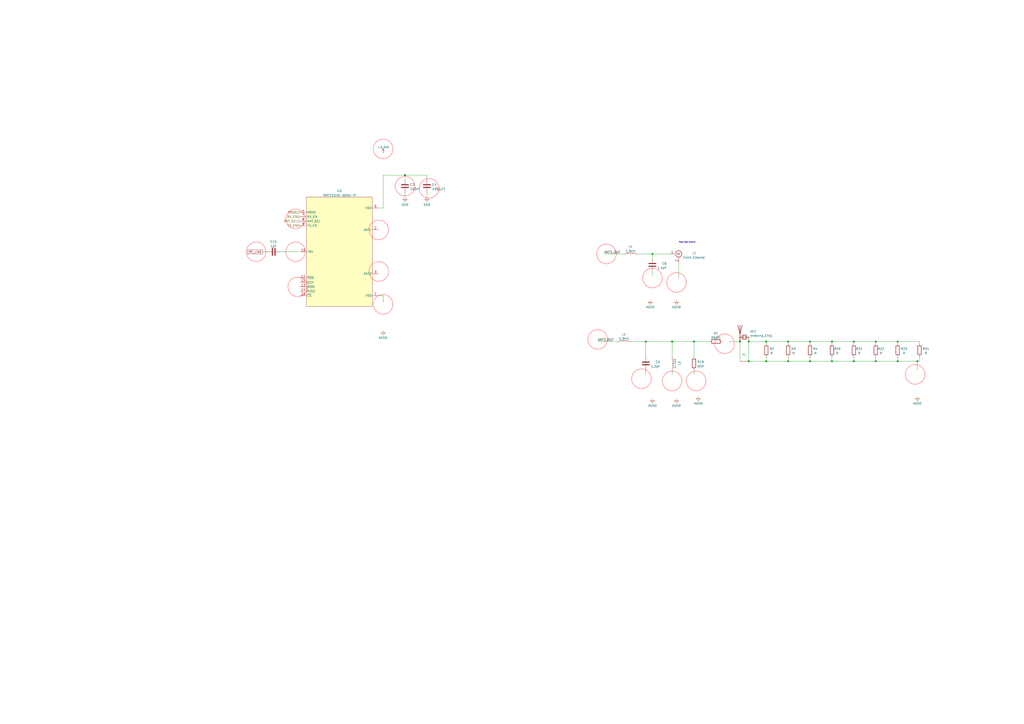
<source format=kicad_sch>
(kicad_sch (version 20230121) (generator eeschema)
  (paper "A2")
  (lib_symbols
    (symbol "0_power_symbols:+3.3VA" (power) (pin_names (offset 0))
      (property "Value" "+3.3VA" (at 0 3.556 0))
      (symbol "+3.3VA_0_1"
        (polyline (pts (xy -0.762 1.27) (xy 0 2.54)))
        (polyline (pts (xy 0 0) (xy 0 2.54)))
        (polyline (pts (xy 0 2.54) (xy 0.762 1.27)))
      )
      (symbol "+3.3VA_1_1"
        (pin power_in line (at 0 0 90) (length 0) hide (name "+3.3VA") (number "1"))
      )
    )
    (symbol "0_power_symbols:AGND" (power) (pin_names (offset 0))
      (property "Value" "AGND" (at 0 -3.81 0))
      (symbol "AGND_1_1"
        (polyline (pts (xy 0 0) (xy 0 -1.27) (xy 1.27 -1.27) (xy 0 -2.54) (xy -1.27 -1.27) (xy 0 -1.27)) (fill (type background)))
        (pin power_in line (at 0 0 270) (length 0) hide (name "AGND") (number "1"))
      )
    )
    (symbol "1.Communications.Amplifiers:NRF21540-QDAA-R" (pin_names (offset 0.254))
      (property "Reference" "U" (at 0 0 0))
      (property "Value" "NRF21540-QDAA-R" (at 0 0 0))
      (property "Datasheet" "https://au.mouser.com/datasheet/2/297/nRF21540_OPS_v0.5.2-1699339.pdf" (at -3.81 -6.35 0))
      (symbol "NRF21540-QDAA-R_1_1"
        (rectangle (start 0 0) (end 38.1 -63.5) (fill (type background)))
        (pin power_in line (at 41.91 -57.15 180) (length 3.81) (name "VSS") (number "1"))
        (pin bidirectional line (at -3.81 -31.75 0) (length 3.81) (name "TRX") (number "10"))
        (pin input line (at -3.81 -46.99 0) (length 3.81) (name "~{PDN}") (number "11"))
        (pin input line (at -3.81 -49.53 0) (length 3.81) (name "SCK") (number "12"))
        (pin input line (at -3.81 -52.07 0) (length 3.81) (name "MOSI") (number "13"))
        (pin output line (at -3.81 -54.61 0) (length 3.81) (name "MISO") (number "14"))
        (pin input line (at -3.81 -57.15 0) (length 3.81) (name "~{CS}") (number "15"))
        (pin power_in line (at 41.91 -57.15 180) (length 3.81) hide (name "VSS") (number "16"))
        (pin power_in line (at 41.91 -57.15 180) (length 3.81) hide (name "VSS") (number "17"))
        (pin bidirectional line (at 41.91 -19.05 180) (length 3.81) (name "ANT1") (number "2"))
        (pin bidirectional line (at 41.91 -44.45 180) (length 3.81) (name "ANT2") (number "3"))
        (pin input line (at -3.81 -8.89 0) (length 3.81) (name "MODE") (number "4"))
        (pin power_in line (at 41.91 -6.35 180) (length 3.81) (name "VDD") (number "5"))
        (pin power_in line (at 41.91 -6.35 180) (length 3.81) hide (name "VDD") (number "6"))
        (pin input line (at -3.81 -11.43 0) (length 3.81) (name "RX_EN") (number "7"))
        (pin input line (at -3.81 -13.97 0) (length 3.81) (name "ANT_SEL") (number "8"))
        (pin input line (at -3.81 -16.51 0) (length 3.81) (name "TX_EN") (number "9"))
      )
    )
    (symbol "4ms_Net-tie:NetTie" (pin_numbers hide) (pin_names (offset 0) hide)
      (property "Value" "NetTie" (at 0 1.27 0))
      (symbol "NetTie_1_1"
        (pin passive line (at -2.54 0 0) (length 2.54) (name "1") (number "1"))
        (pin passive line (at 2.54 0 180) (length 2.54) (name "2") (number "2"))
      )
    )
    (symbol "4ms_Power-symbol:GND" (power) (pin_names (offset 0))
      (property "Value" "GND" (at 0 -3.81 0))
      (symbol "GND_0_1"
        (polyline (pts (xy 0 0) (xy 0 -1.27) (xy 1.27 -1.27) (xy 0 -2.54) (xy -1.27 -1.27) (xy 0 -1.27)))
      )
      (symbol "GND_1_1"
        (pin power_in line (at 0 0 270) (length 0) hide (name "GND") (number "1"))
      )
    )
    (symbol "Connector:Conn_Coaxial" (pin_names (offset 1.016) hide)
      (property "Reference" "J" (at 0.254 3.048 0))
      (property "Value" "Conn_Coaxial" (at 2.921 0 90))
      (symbol "Conn_Coaxial_0_1"
        (arc (start -1.778 -0.508) (mid 0.2311 -1.8066) (end 1.778 0) (stroke (width 0.254)))
        (polyline (pts (xy -2.54 0) (xy -0.508 0)))
        (polyline (pts (xy 0 -2.54) (xy 0 -1.778)))
        (circle (center 0 0) (radius 0.508) (stroke (width 0.2032)))
        (arc (start 1.778 0) (mid 0.2099 1.8101) (end -1.778 0.508) (stroke (width 0.254)))
      )
      (symbol "Conn_Coaxial_1_1"
        (pin passive line (at -5.08 0 0) (length 2.54) (name "In") (number "1"))
        (pin passive line (at 0 -5.08 90) (length 2.54) (name "Ext") (number "2"))
      )
    )
    (symbol "Device:Antenna_Chip" (pin_numbers hide) (pin_names (offset 1.016) hide)
      (property "Reference" "AE" (at 0 5.08 0))
      (property "Value" "Antenna_Chip" (at 0 3.175 0))
      (symbol "Antenna_Chip_0_1"
        (polyline (pts (xy -2.54 0) (xy -2.54 -0.635)) (stroke (width 0.254)))
        (polyline (pts (xy -2.54 0) (xy -1.27 0)) (stroke (width 0.254)))
        (polyline (pts (xy 1.27 0) (xy 2.54 0)) (stroke (width 0.254)))
        (polyline (pts (xy 1.27 1.27) (xy 1.27 -1.27)) (stroke (width 0.254)))
        (polyline (pts (xy 2.54 -0.635) (xy 2.54 0)))
        (polyline (pts (xy 2.54 6.985) (xy 2.54 -1.905)) (stroke (width 0.254)))
        (polyline (pts (xy -1.27 1.27) (xy -1.27 -1.27) (xy -1.27 0)) (stroke (width 0.254)))
        (polyline (pts (xy 3.81 6.985) (xy 2.54 1.905) (xy 1.27 6.985)) (stroke (width 0.254)))
        (polyline (pts (xy -0.635 1.27) (xy 0.635 1.27) (xy 0.635 -1.27) (xy -0.635 -1.27) (xy -0.635 1.27)) (stroke (width 0.254)))
      )
      (symbol "Antenna_Chip_1_1"
        (pin input line (at -2.54 -2.54 90) (length 2.54) (name "FEED") (number "1"))
        (pin passive line (at 2.54 -2.54 90) (length 2.54) (name "PCB_Trace") (number "2"))
      )
    )
    (symbol "Device:C" (pin_numbers hide) (pin_names (offset 0.254))
      (property "Reference" "C" (at 0.635 2.54 0))
      (property "Value" "C" (at 0.635 -2.54 0))
      (symbol "C_0_1"
        (polyline (pts (xy -2.032 -0.762) (xy 2.032 -0.762)) (stroke (width 0.508)))
        (polyline (pts (xy -2.032 0.762) (xy 2.032 0.762)) (stroke (width 0.508)))
      )
      (symbol "C_1_1"
        (pin passive line (at 0 3.81 270) (length 2.794) (name "~") (number "1"))
        (pin passive line (at 0 -3.81 90) (length 2.794) (name "~") (number "2"))
      )
    )
    (symbol "Device:L" (pin_numbers hide) (pin_names (offset 1.016) hide)
      (property "Reference" "L" (at -1.27 0 90))
      (property "Value" "L" (at 1.905 0 90))
      (symbol "L_0_1"
        (arc (start 0 -2.54) (mid 0.6323 -1.905) (end 0 -1.27))
        (arc (start 0 -1.27) (mid 0.6323 -0.635) (end 0 0))
        (arc (start 0 0) (mid 0.6323 0.635) (end 0 1.27))
        (arc (start 0 1.27) (mid 0.6323 1.905) (end 0 2.54))
      )
      (symbol "L_1_1"
        (pin passive line (at 0 3.81 270) (length 1.27) (name "1") (number "1"))
        (pin passive line (at 0 -3.81 90) (length 1.27) (name "2") (number "2"))
      )
    )
    (symbol "Device:R" (pin_numbers hide) (pin_names (offset 0))
      (property "Reference" "R" (at 2.032 0 90))
      (property "Value" "R" (at 0 0 90))
      (symbol "R_0_1"
        (rectangle (start -1.016 -2.54) (end 1.016 2.54) (stroke (width 0.254)))
      )
      (symbol "R_1_1"
        (pin passive line (at 0 3.81 270) (length 1.27) (name "~") (number "1"))
        (pin passive line (at 0 -3.81 90) (length 1.27) (name "~") (number "2"))
      )
    )
  )
  (junction (at 469.9 209.55))
  (junction (at 508 209.55))
  (junction (at 495.3 198.12))
  (junction (at 532.13 209.55))
  (junction (at 234.95 101.6))
  (junction (at 482.6 198.12))
  (junction (at 495.3 209.55))
  (junction (at 520.7 198.12))
  (junction (at 457.2 198.12))
  (junction (at 508 198.12))
  (junction (at 374.65 198.12))
  (junction (at 434.34 198.12))
  (junction (at 520.7 209.55))
  (junction (at 434.34 209.55))
  (junction (at 378.46 147.32))
  (junction (at 457.2 209.55))
  (junction (at 444.5 209.55))
  (junction (at 444.5 198.12))
  (junction (at 469.9 198.12))
  (junction (at 389.89 198.12))
  (junction (at 429.26 198.12))
  (junction (at 482.6 209.55))
  (junction (at 402.59 198.12))
  (wire (pts (xy 346.71 198.12) (xy 358.14 198.12)))
  (wire (pts (xy 374.65 198.12) (xy 365.76 198.12)))
  (wire (pts (xy 482.6 198.12) (xy 495.3 198.12)))
  (wire (pts (xy 495.3 199.39) (xy 495.3 198.12)))
  (wire (pts (xy 247.65 101.6) (xy 247.65 104.14)))
  (wire (pts (xy 495.3 209.55) (xy 495.3 207.01)))
  (wire (pts (xy 222.25 171.45) (xy 219.71 171.45)))
  (wire (pts (xy 469.9 207.01) (xy 469.9 209.55)))
  (wire (pts (xy 434.34 198.12) (xy 434.34 209.55)))
  (wire (pts (xy 434.34 198.12) (xy 444.5 198.12)))
  (wire (pts (xy 234.95 101.6) (xy 247.65 101.6)))
  (wire (pts (xy 429.26 198.12) (xy 429.26 209.55)))
  (wire (pts (xy 469.9 198.12) (xy 469.9 199.39)))
  (wire (pts (xy 482.6 207.01) (xy 482.6 209.55)))
  (wire (pts (xy 495.3 209.55) (xy 508 209.55)))
  (wire (pts (xy 469.9 209.55) (xy 457.2 209.55)))
  (wire (pts (xy 378.46 157.48) (xy 378.46 160.02)))
  (wire (pts (xy 402.59 214.63) (xy 402.59 217.17)))
  (wire (pts (xy 532.13 209.55) (xy 533.4 209.55)))
  (wire (pts (xy 378.46 147.32) (xy 369.57 147.32)))
  (wire (pts (xy 533.4 199.39) (xy 533.4 198.12)))
  (wire (pts (xy 222.25 120.65) (xy 222.25 101.6)))
  (wire (pts (xy 162.56 146.05) (xy 172.72 146.05)))
  (wire (pts (xy 152.4 146.05) (xy 154.94 146.05)))
  (wire (pts (xy 234.95 111.76) (xy 234.95 114.3)))
  (wire (pts (xy 469.9 198.12) (xy 482.6 198.12)))
  (wire (pts (xy 219.71 120.65) (xy 222.25 120.65)))
  (wire (pts (xy 350.52 147.32) (xy 361.95 147.32)))
  (wire (pts (xy 378.46 147.32) (xy 388.62 147.32)))
  (wire (pts (xy 389.89 198.12) (xy 389.89 207.01)))
  (wire (pts (xy 444.5 209.55) (xy 444.5 207.01)))
  (wire (pts (xy 222.25 175.26) (xy 222.25 171.45)))
  (wire (pts (xy 457.2 209.55) (xy 444.5 209.55)))
  (wire (pts (xy 374.65 198.12) (xy 374.65 207.01)))
  (wire (pts (xy 222.25 101.6) (xy 234.95 101.6)))
  (wire (pts (xy 533.4 209.55) (xy 533.4 207.01)))
  (wire (pts (xy 457.2 207.01) (xy 457.2 209.55)))
  (wire (pts (xy 482.6 209.55) (xy 469.9 209.55)))
  (wire (pts (xy 508 198.12) (xy 520.7 198.12)))
  (wire (pts (xy 508 198.12) (xy 495.3 198.12)))
  (wire (pts (xy 378.46 147.32) (xy 378.46 149.86)))
  (wire (pts (xy 532.13 209.55) (xy 520.7 209.55)))
  (wire (pts (xy 444.5 198.12) (xy 444.5 199.39)))
  (wire (pts (xy 402.59 198.12) (xy 411.48 198.12)))
  (wire (pts (xy 520.7 198.12) (xy 520.7 199.39)))
  (wire (pts (xy 520.7 207.01) (xy 520.7 209.55)))
  (wire (pts (xy 457.2 199.39) (xy 457.2 198.12)))
  (wire (pts (xy 247.65 111.76) (xy 247.65 114.3)))
  (wire (pts (xy 434.34 209.55) (xy 444.5 209.55)))
  (wire (pts (xy 402.59 198.12) (xy 402.59 207.01)))
  (wire (pts (xy 482.6 198.12) (xy 482.6 199.39)))
  (wire (pts (xy 520.7 198.12) (xy 533.4 198.12)))
  (wire (pts (xy 374.65 214.63) (xy 374.65 217.17)))
  (wire (pts (xy 374.65 198.12) (xy 389.89 198.12)))
  (wire (pts (xy 532.13 214.63) (xy 532.13 209.55)))
  (wire (pts (xy 389.89 198.12) (xy 402.59 198.12)))
  (wire (pts (xy 508 199.39) (xy 508 198.12)))
  (wire (pts (xy 234.95 101.6) (xy 234.95 104.14)))
  (wire (pts (xy 520.7 209.55) (xy 508 209.55)))
  (wire (pts (xy 508 207.01) (xy 508 209.55)))
  (wire (pts (xy 444.5 198.12) (xy 457.2 198.12)))
  (wire (pts (xy 482.6 209.55) (xy 495.3 209.55)))
  (wire (pts (xy 393.7 152.4) (xy 393.7 161.29)))
  (wire (pts (xy 457.2 198.12) (xy 469.9 198.12)))
  (wire (pts (xy 422.91 198.12) (xy 429.26 198.12)))
  (wire (pts (xy 389.89 214.63) (xy 389.89 217.17)))
  (circle (center 346.71 196.85) (radius 5.6796) (stroke (width 0) (color 255 0 0 1)))
  (circle (center 248.92 109.22) (radius 5.6796) (stroke (width 0) (color 255 0 0 1)))
  (circle (center 351.79 147.32) (radius 5.6796) (stroke (width 0) (color 255 0 0 1)))
  (circle (center 392.43 163.83) (radius 5.6796) (stroke (width 0) (color 255 0 0 1)))
  (circle (center 389.89 220.98) (radius 5.6796) (stroke (width 0) (color 255 0 0 1)))
  (circle (center 171.45 127) (radius 5.6796) (stroke (width 0) (color 255 0 0 1)))
  (circle (center 219.71 133.35) (radius 5.6796) (stroke (width 0) (color 255 0 0 1)))
  (circle (center 378.46 161.29) (radius 5.6796) (stroke (width 0) (color 255 0 0 1)))
  (circle (center 530.86 217.17) (radius 5.6796) (stroke (width 0) (color 255 0 0 1)))
  (circle (center 403.86 220.98) (radius 5.6796) (stroke (width 0) (color 255 0 0 1)))
  (circle (center 222.25 176.53) (radius 5.6796) (stroke (width 0) (color 255 0 0 1)))
  (circle (center 148.59 146.05) (radius 5.6796) (stroke (width 0) (color 255 0 0 1)))
  (circle (center 172.72 166.37) (radius 5.6796) (stroke (width 0) (color 255 0 0 1)))
  (circle (center 420.37 199.39) (radius 5.6796) (stroke (width 0) (color 255 0 0 1)))
  (circle (center 234.95 107.95) (radius 5.6796) (stroke (width 0) (color 255 0 0 1)))
  (circle (center 372.11 219.71) (radius 5.6796) (stroke (width 0) (color 255 0 0 1)))
  (circle (center 171.45 146.05) (radius 5.6796) (stroke (width 0) (color 255 0 0 1)))
  (circle (center 222.25 86.36) (radius 5.6796) (stroke (width 0) (color 255 0 0 1)))
  (circle (center 219.71 157.48) (radius 5.6796) (stroke (width 0) (color 255 0 0 1)))
  (text "Place Near Antenna" (at 393.7 140.97 0) (effects (font (size 0.635 0.635)) (justify left bottom)))
  (label "ANT2_OUT" (at 346.71 198.12 0))
  (label "ANT1_OUT" (at 350.52 147.32 0))
  (global_label "RF_LINE" (shape passive) (at 152.4 146.05 180) (property "Intersheetrefs" "${INTERSHEET_REFS}" (effects hide)))
  (hierarchical_label "TX_EN" (shape input) (at 173.99 130.81 180))
  (hierarchical_label "RX_EN" (shape input) (at 173.99 125.73 180))
  (hierarchical_label "ANT_SEL" (shape input) (at 173.99 128.27 180))
  (hierarchical_label "MODE" (shape input) (at 173.99 123.19 180))
  (symbol (lib_id "Device:C") (at 374.65 210.82 180) (unit 1)
    (property "Reference" "C5" (at 382.9912 209.9853 0) (effects (justify left)))
    (property "Value" "1.2pF" (at 382.9912 212.5222 0) (effects (justify left)))
    (property "Footprint" "Capacitor_SMD:C_0201_0603Metric" (effects hide))
    (instances (project "friendly-keyboard" (path "" (reference "C5") (unit 1)) (path "" (reference "C?") (unit 1)) (path "" (reference "C?") (unit 1))))
  )
  (symbol (lib_id "0_power_symbols:AGND") (at 377.19 173.99 0) (unit 1)
    (property "Reference" "#PWR056" (effects hide))
    (property "Value" "AGND" (at 377.19 178.1255 0))
  )
  (symbol (lib_id "Device:R") (at 444.5 203.2 0) (unit 1)
    (property "Reference" "R2" (at 447.5971 202.3653 0))
    (property "Value" "R" (at 447.5971 204.9022 0))
    (property "Footprint" "Resistor_SMD:R_0402_1005Metric" (effects hide))
    (instances (project "friendly-keyboard" (path "" (reference "R2") (unit 1)) (path "" (reference "R?") (unit 1)) (path "" (reference "R?") (unit 1))))
  )
  (symbol (lib_id "4ms_Power-symbol:GND") (at 234.95 114.3 0) (unit 1)
    (property "Reference" "#PWR0111" (effects hide))
    (property "Value" "GND" (at 234.95 118.7434 0))
    (instances (project "friendly-keyboard" (path "" (reference "#PWR0111") (unit 1)) (path "" (reference "#PWR063") (unit 1)) (path "" (reference "#PWR079") (unit 1))))
  )
  (symbol (lib_id "Connector:Conn_Coaxial") (at 393.7 147.32 0) (unit 1)
    (property "Reference" "J1" (at 402.6694 146.7785 0))
    (property "Value" "Conn_Coaxial" (at 402.6694 149.3154 0))
    (property "Footprint" "Connector_Coaxial:U.FL_Hirose_U.FL-R-SMT-1_Vertical" (effects hide))
    (property "Datasheet" " ~" (effects hide))
    (instances (project "friendly-keyboard" (path "" (reference "J1") (unit 1)) (path "" (reference "J?") (unit 1)) (path "" (reference "J?") (unit 1))))
  )
  (symbol (lib_id "4ms_Net-tie:NetTie") (at 431.8 209.55 0) (unit 1)
    (property "Reference" "TIE1" (effects hide))
    (property "Value" "FL" (at 431.8 205.74 0))
    (property "Footprint" "0:NetTie_RF_FL" (effects hide))
    (property "Specifications" "DNP" (effects hide))
    (property "Manufacturer" "DNP" (effects hide))
    (property "Part Number" "Do Not Place" (effects hide))
    (instances (project "friendly-keyboard" (path "" (reference "TIE1") (unit 1)) (path "" (reference "TIE?") (unit 1)) (path "" (reference "TIE?") (unit 1))))
  )
  (symbol (lib_id "0_power_symbols:AGND") (at 378.46 231.14 0) (unit 1)
    (property "Reference" "#PWR011" (effects hide))
    (property "Value" "AGND" (at 378.46 235.2755 0))
  )
  (symbol (lib_id "0_power_symbols:AGND") (at 222.25 191.77 0) (unit 1)
    (property "Reference" "#PWR010" (effects hide))
    (property "Value" "AGND" (at 222.25 195.9055 0))
  )
  (symbol (lib_id "0_power_symbols:AGND") (at 532.13 229.87 0) (unit 1)
    (property "Reference" "#PWR017" (effects hide))
    (property "Value" "AGND" (at 532.13 234.0055 0))
  )
  (symbol (lib_id "1.Communications.Amplifiers:NRF21540-QDAA-R") (at 177.8 114.3 0) (unit 1)
    (property "Reference" "U3" (at 196.85 110.7272 0))
    (property "Value" "NRF21540-QDAA-R" (at 196.85 113.2641 0))
    (property "Footprint" "Package_DFN_QFN:QFN-16-1EP_4x4mm_P0.65mm_EP2.1x2.1mm" (effects hide))
    (property "Datasheet" "https://au.mouser.com/datasheet/2/297/nRF21540_OPS_v0.5.2-1699339.pdf" (effects hide))
    (instances (project "friendly-keyboard" (path "" (reference "U3") (unit 1)) (path "" (reference "U?") (unit 1)) (path "" (reference "U?") (unit 1))))
  )
  (symbol (lib_id "0_power_symbols:+3.3VA") (at 222.25 88.9 0) (unit 1)
    (property "Reference" "#PWR09" (effects hide))
    (property "Value" "+3.3VA" (at 222.25 85.3981 0))
  )
  (symbol (lib_id "0_power_symbols:AGND") (at 392.43 173.99 0) (unit 1)
    (property "Reference" "#PWR018" (effects hide))
    (property "Value" "AGND" (at 392.43 178.1255 0))
  )
  (symbol (lib_id "Device:R") (at 508 203.2 0) (unit 1)
    (property "Reference" "R22" (at 511.0971 202.3653 0))
    (property "Value" "R" (at 511.0971 204.9022 0))
    (property "Footprint" "Resistor_SMD:R_0402_1005Metric" (effects hide))
    (instances (project "friendly-keyboard" (path "" (reference "R22") (unit 1)) (path "" (reference "R?") (unit 1)) (path "" (reference "R?") (unit 1))))
  )
  (symbol (lib_id "Device:C") (at 234.95 107.95 0) (unit 1)
    (property "Reference" "C3" (at 237.871 107.1153 0) (effects (justify left)))
    (property "Value" "100nF" (at 237.871 109.6522 0) (effects (justify left)))
    (property "Footprint" "Capacitor_SMD:C_0201_0603Metric" (effects hide))
    (instances (project "friendly-keyboard" (path "" (reference "C3") (unit 1)) (path "" (reference "C?") (unit 1)) (path "" (reference "C?") (unit 1))))
  )
  (symbol (lib_id "0_power_symbols:AGND") (at 392.43 231.14 0) (unit 1)
    (property "Reference" "#PWR012" (effects hide))
    (property "Value" "AGND" (at 392.43 235.2755 0))
  )
  (symbol (lib_id "Device:C") (at 158.75 146.05 90) (unit 1)
    (property "Reference" "C15" (at 160.553 140.1912 90) (effects (justify left)))
    (property "Value" "1pF" (at 160.553 142.7281 90) (effects (justify left)))
    (property "Footprint" "Capacitor_SMD:C_0201_0603Metric" (effects hide))
    (instances (project "friendly-keyboard" (path "" (reference "C15") (unit 1)) (path "" (reference "C?") (unit 1)) (path "" (reference "C?") (unit 1))))
  )
  (symbol (lib_id "4ms_Power-symbol:GND") (at 247.65 114.3 0) (unit 1)
    (property "Reference" "#PWR0108" (effects hide))
    (property "Value" "GND" (at 247.65 118.7434 0))
    (instances (project "friendly-keyboard" (path "" (reference "#PWR0108") (unit 1)) (path "" (reference "#PWR064") (unit 1)) (path "" (reference "#PWR080") (unit 1))))
  )
  (symbol (lib_id "Device:R") (at 533.4 203.2 0) (unit 1)
    (property "Reference" "R24" (at 537.1019 202.3653 0))
    (property "Value" "R" (at 537.1019 204.9022 0))
    (property "Footprint" "Resistor_SMD:R_0402_1005Metric" (effects hide))
    (instances (project "friendly-keyboard" (path "" (reference "R24") (unit 1)) (path "" (reference "R?") (unit 1)) (path "" (reference "R?") (unit 1))))
  )
  (symbol (lib_id "Device:Antenna_Chip") (at 431.8 195.58 0) (mirror y) (unit 1)
    (property "Reference" "AE1" (at 435.102 192.2053 0) (effects (justify right)))
    (property "Value" "Antenna_Chip" (at 435.102 194.7422 0) (effects (justify right)))
    (property "Footprint" "0:RF-ANT_A1001312" (effects hide))
    (instances (project "friendly-keyboard" (path "" (reference "AE1") (unit 1)) (path "" (reference "AE?") (unit 1)) (path "" (reference "AE?") (unit 1))))
  )
  (symbol (lib_id "Device:C") (at 378.46 153.67 180) (unit 1)
    (property "Reference" "C6" (at 386.8012 152.8353 0) (effects (justify left)))
    (property "Value" "1.2pF" (at 386.8012 155.3722 0) (effects (justify left)))
    (property "Footprint" "Capacitor_SMD:C_0201_0603Metric" (effects hide))
    (instances (project "friendly-keyboard" (path "" (reference "C6") (unit 1)) (path "" (reference "C?") (unit 1)) (path "" (reference "C?") (unit 1))))
  )
  (symbol (lib_id "Device:R") (at 482.6 203.2 0) (unit 1)
    (property "Reference" "R20" (at 485.6971 202.3653 0))
    (property "Value" "R" (at 485.6971 204.9022 0))
    (property "Footprint" "Resistor_SMD:R_0402_1005Metric" (effects hide))
    (instances (project "friendly-keyboard" (path "" (reference "R20") (unit 1)) (path "" (reference "R?") (unit 1)) (path "" (reference "R?") (unit 1))))
  )
  (symbol (lib_id "Device:L") (at 361.95 198.12 90) (unit 1)
    (property "Reference" "L1" (at 361.95 193.9122 90))
    (property "Value" "1.9nH" (at 361.95 196.4491 90))
    (property "Footprint" "Inductor_SMD:L_0402_1005Metric" (effects hide))
    (instances (project "friendly-keyboard" (path "" (reference "L1") (unit 1)) (path "" (reference "L?") (unit 1)) (path "" (reference "L?") (unit 1))))
  )
  (symbol (lib_id "Device:R") (at 495.3 203.2 0) (unit 1)
    (property "Reference" "R21" (at 498.3971 202.3653 0))
    (property "Value" "R" (at 498.3971 204.9022 0))
    (property "Footprint" "Resistor_SMD:R_0402_1005Metric" (effects hide))
    (instances (project "friendly-keyboard" (path "" (reference "R21") (unit 1)) (path "" (reference "R?") (unit 1)) (path "" (reference "R?") (unit 1))))
  )
  (symbol (lib_id "Device:R") (at 415.29 198.12 90) (unit 1)
    (property "Reference" "R1" (at 415.29 193.4042 90))
    (property "Value" "0${R}" (at 415.29 195.9411 90))
    (property "Footprint" "Resistor_SMD:R_0402_1005Metric" (effects hide))
    (instances (project "friendly-keyboard" (path "" (reference "R1") (unit 1)) (path "" (reference "R?") (unit 1)) (path "" (reference "R?") (unit 1))))
  )
  (symbol (lib_id "0_power_symbols:AGND") (at 405.13 229.87 0) (unit 1)
    (property "Reference" "#PWR016" (effects hide))
    (property "Value" "AGND" (at 405.13 234.0055 0))
  )
  (symbol (lib_id "Device:L") (at 365.76 147.32 90) (unit 1)
    (property "Reference" "L4" (at 365.76 143.1122 90))
    (property "Value" "1.9nH" (at 365.76 145.6491 90))
    (property "Footprint" "Inductor_SMD:L_0402_1005Metric" (effects hide))
    (instances (project "friendly-keyboard" (path "" (reference "L4") (unit 1)) (path "" (reference "L?") (unit 1)) (path "" (reference "L?") (unit 1))))
  )
  (symbol (lib_id "Device:R") (at 520.7 203.2 0) (unit 1)
    (property "Reference" "R23" (at 524.4019 202.3653 0))
    (property "Value" "R" (at 524.4019 204.9022 0))
    (property "Footprint" "Resistor_SMD:R_0402_1005Metric" (effects hide))
    (instances (project "friendly-keyboard" (path "" (reference "R23") (unit 1)) (path "" (reference "R?") (unit 1)) (path "" (reference "R?") (unit 1))))
  )
  (symbol (lib_id "Device:R") (at 402.59 210.82 0) (unit 1)
    (property "Reference" "R19" (at 406.3826 209.9853 0))
    (property "Value" "DNP" (at 406.3826 212.5222 0))
    (property "Footprint" "Resistor_SMD:R_0402_1005Metric" (effects hide))
    (instances (project "friendly-keyboard" (path "" (reference "R19") (unit 1)) (path "" (reference "R?") (unit 1)) (path "" (reference "R?") (unit 1))))
  )
  (symbol (lib_id "Device:C") (at 247.65 107.95 0) (unit 1)
    (property "Reference" "C4" (at 250.571 107.1153 0) (effects (justify left)))
    (property "Value" "10${uF}" (at 250.571 109.6522 0) (effects (justify left)))
    (property "Footprint" "Capacitor_SMD:C_0603_1608Metric" (effects hide))
    (instances (project "friendly-keyboard" (path "" (reference "C4") (unit 1)) (path "" (reference "C?") (unit 1)) (path "" (reference "C?") (unit 1))))
  )
  (symbol (lib_id "Device:R") (at 457.2 203.2 0) (unit 1)
    (property "Reference" "R3" (at 460.2971 202.3653 0))
    (property "Value" "R" (at 460.2971 204.9022 0))
    (property "Footprint" "Resistor_SMD:R_0402_1005Metric" (effects hide))
    (instances (project "friendly-keyboard" (path "" (reference "R3") (unit 1)) (path "" (reference "R?") (unit 1)) (path "" (reference "R?") (unit 1))))
  )
  (symbol (lib_id "Device:L") (at 389.89 210.82 0) (unit 1)
    (property "Reference" "L3" (at 394.0978 210.82 90))
    (property "Value" "4.7nH" (at 391.5609 210.82 90))
    (property "Footprint" "Inductor_SMD:L_0402_1005Metric" (effects hide))
    (instances (project "friendly-keyboard" (path "" (reference "L3") (unit 1)) (path "" (reference "L?") (unit 1)) (path "" (reference "L?") (unit 1))))
  )
  (symbol (lib_id "Device:R") (at 469.9 203.2 0) (unit 1)
    (property "Reference" "R4" (at 472.9971 202.3653 0))
    (property "Value" "R" (at 472.9971 204.9022 0))
    (property "Footprint" "Resistor_SMD:R_0402_1005Metric" (effects hide))
    (instances (project "friendly-keyboard" (path "" (reference "R4") (unit 1)) (path "" (reference "R?") (unit 1)) (path "" (reference "R?") (unit 1))))
  )
)
</source>
